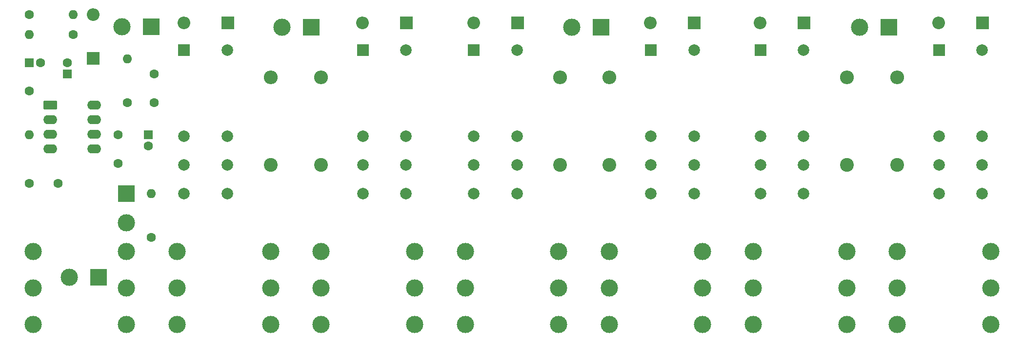
<source format=gbs>
%TF.GenerationSoftware,KiCad,Pcbnew,9.0.0+dfsg-1*%
%TF.CreationDate,2025-03-17T16:09:16+01:00*%
%TF.ProjectId,relays-array-6,72656c61-7973-42d6-9172-7261792d362e,1.0*%
%TF.SameCoordinates,Original*%
%TF.FileFunction,Soldermask,Bot*%
%TF.FilePolarity,Negative*%
%FSLAX46Y46*%
G04 Gerber Fmt 4.6, Leading zero omitted, Abs format (unit mm)*
G04 Created by KiCad (PCBNEW 9.0.0+dfsg-1) date 2025-03-17 16:09:16*
%MOMM*%
%LPD*%
G01*
G04 APERTURE LIST*
G04 Aperture macros list*
%AMRoundRect*
0 Rectangle with rounded corners*
0 $1 Rounding radius*
0 $2 $3 $4 $5 $6 $7 $8 $9 X,Y pos of 4 corners*
0 Add a 4 corners polygon primitive as box body*
4,1,4,$2,$3,$4,$5,$6,$7,$8,$9,$2,$3,0*
0 Add four circle primitives for the rounded corners*
1,1,$1+$1,$2,$3*
1,1,$1+$1,$4,$5*
1,1,$1+$1,$6,$7*
1,1,$1+$1,$8,$9*
0 Add four rect primitives between the rounded corners*
20,1,$1+$1,$2,$3,$4,$5,0*
20,1,$1+$1,$4,$5,$6,$7,0*
20,1,$1+$1,$6,$7,$8,$9,0*
20,1,$1+$1,$8,$9,$2,$3,0*%
G04 Aperture macros list end*
%ADD10C,2.000000*%
%ADD11R,2.000000X2.000000*%
%ADD12C,2.400000*%
%ADD13O,2.400000X2.400000*%
%ADD14R,3.000000X3.000000*%
%ADD15C,3.000000*%
%ADD16R,2.200000X2.200000*%
%ADD17O,2.200000X2.200000*%
%ADD18C,1.600000*%
%ADD19O,1.600000X1.600000*%
%ADD20R,1.600000X1.600000*%
%ADD21RoundRect,0.250000X-0.950000X-0.550000X0.950000X-0.550000X0.950000X0.550000X-0.950000X0.550000X0*%
%ADD22O,2.400000X1.600000*%
G04 APERTURE END LIST*
D10*
%TO.C,K6*%
X196000000Y-95000000D03*
X196000000Y-90000000D03*
X196000000Y-100000000D03*
X203500000Y-95000000D03*
X203500000Y-90000000D03*
X203500000Y-100000000D03*
D11*
X196000000Y-75000000D03*
D10*
X203500000Y-75000000D03*
%TD*%
%TO.C,K3*%
X115270000Y-95000000D03*
X115270000Y-90000000D03*
X115270000Y-100000000D03*
X122770000Y-95000000D03*
X122770000Y-90000000D03*
X122770000Y-100000000D03*
D11*
X115270000Y-75000000D03*
D10*
X122770000Y-75000000D03*
%TD*%
D12*
%TO.C,R3*%
X130270000Y-95000000D03*
D13*
X130270000Y-79760000D03*
%TD*%
D14*
%TO.C,J16*%
X50180000Y-114500000D03*
D15*
X45100000Y-114500000D03*
%TD*%
D12*
%TO.C,R4*%
X138750000Y-95000000D03*
D13*
X138750000Y-79760000D03*
%TD*%
D16*
%TO.C,D2*%
X103560000Y-70250000D03*
D17*
X95940000Y-70250000D03*
%TD*%
D18*
%TO.C,C2*%
X38100000Y-98200000D03*
X43100000Y-98200000D03*
%TD*%
%TO.C,R13*%
X55100000Y-84100000D03*
D19*
X55100000Y-76480000D03*
%TD*%
D16*
%TO.C,D6*%
X203560000Y-70250000D03*
D17*
X195940000Y-70250000D03*
%TD*%
D14*
%TO.C,J9*%
X187290000Y-71000000D03*
D15*
X182210000Y-71000000D03*
%TD*%
D20*
%TO.C,C8*%
X58800000Y-89700000D03*
D18*
X58800000Y-91700000D03*
%TD*%
D16*
%TO.C,D3*%
X122830000Y-70250000D03*
D17*
X115210000Y-70250000D03*
%TD*%
D10*
%TO.C,K4*%
X146000000Y-95000000D03*
X146000000Y-90000000D03*
X146000000Y-100000000D03*
X153500000Y-95000000D03*
X153500000Y-90000000D03*
X153500000Y-100000000D03*
D11*
X146000000Y-75000000D03*
D10*
X153500000Y-75000000D03*
%TD*%
D15*
%TO.C,J4*%
X130000000Y-116350000D03*
X113770000Y-116350000D03*
X130000000Y-122700000D03*
X113770000Y-122700000D03*
X130000000Y-110000000D03*
X113770000Y-110000000D03*
%TD*%
D12*
%TO.C,R5*%
X180000000Y-95000000D03*
D13*
X180000000Y-79760000D03*
%TD*%
D15*
%TO.C,J2*%
X105000000Y-116350000D03*
X88770000Y-116350000D03*
X105000000Y-122700000D03*
X88770000Y-122700000D03*
X105000000Y-110000000D03*
X88770000Y-110000000D03*
%TD*%
D20*
%TO.C,C10*%
X38100000Y-77200000D03*
D18*
X40100000Y-77200000D03*
%TD*%
D16*
%TO.C,D9*%
X49200000Y-76410000D03*
D17*
X49200000Y-68790000D03*
%TD*%
D16*
%TO.C,D4*%
X153560000Y-70250000D03*
D17*
X145940000Y-70250000D03*
%TD*%
D15*
%TO.C,J14*%
X55000000Y-116350000D03*
X38770000Y-116350000D03*
X55000000Y-122700000D03*
X38770000Y-122700000D03*
X55000000Y-110000000D03*
X38770000Y-110000000D03*
%TD*%
D12*
%TO.C,R2*%
X88750000Y-95000000D03*
D13*
X88750000Y-79760000D03*
%TD*%
D15*
%TO.C,J8*%
X205000000Y-116350000D03*
X188770000Y-116350000D03*
X205000000Y-122700000D03*
X188770000Y-122700000D03*
X205000000Y-110000000D03*
X188770000Y-110000000D03*
%TD*%
D10*
%TO.C,K1*%
X65000000Y-95000000D03*
X65000000Y-90000000D03*
X65000000Y-100000000D03*
X72500000Y-95000000D03*
X72500000Y-90000000D03*
X72500000Y-100000000D03*
D11*
X65000000Y-75000000D03*
D10*
X72500000Y-75000000D03*
%TD*%
D16*
%TO.C,D1*%
X72560000Y-70250000D03*
D17*
X64940000Y-70250000D03*
%TD*%
D18*
%TO.C,R16*%
X38100000Y-82080000D03*
D19*
X38100000Y-89700000D03*
%TD*%
D15*
%TO.C,J1*%
X80000000Y-116350000D03*
X63770000Y-116350000D03*
X80000000Y-122700000D03*
X63770000Y-122700000D03*
X80000000Y-110000000D03*
X63770000Y-110000000D03*
%TD*%
D16*
%TO.C,D5*%
X172560000Y-70250000D03*
D17*
X164940000Y-70250000D03*
%TD*%
D10*
%TO.C,K2*%
X96000000Y-95000000D03*
X96000000Y-90000000D03*
X96000000Y-100000000D03*
X103500000Y-95000000D03*
X103500000Y-90000000D03*
X103500000Y-100000000D03*
D11*
X96000000Y-75000000D03*
D10*
X103500000Y-75000000D03*
%TD*%
D18*
%TO.C,R9*%
X59300000Y-107600000D03*
D19*
X59300000Y-99980000D03*
%TD*%
D18*
%TO.C,C1*%
X53500000Y-94700000D03*
X53500000Y-89700000D03*
%TD*%
D12*
%TO.C,R1*%
X80000000Y-95000000D03*
D13*
X80000000Y-79760000D03*
%TD*%
D14*
%TO.C,J6*%
X137330000Y-71000000D03*
D15*
X132250000Y-71000000D03*
%TD*%
D18*
%TO.C,R15*%
X38080000Y-68800000D03*
D19*
X45700000Y-68800000D03*
%TD*%
D14*
%TO.C,J3*%
X87040000Y-71000000D03*
D15*
X81960000Y-71000000D03*
%TD*%
D12*
%TO.C,R6*%
X188750000Y-95000000D03*
D13*
X188750000Y-79760000D03*
%TD*%
D21*
%TO.C,U1*%
X41790000Y-84590000D03*
D22*
X41790000Y-87130000D03*
X41790000Y-89670000D03*
X41790000Y-92210000D03*
X49410000Y-92210000D03*
X49410000Y-89670000D03*
X49410000Y-87130000D03*
X49410000Y-84590000D03*
%TD*%
D15*
%TO.C,J7*%
X180000000Y-116350000D03*
X163770000Y-116350000D03*
X180000000Y-122700000D03*
X163770000Y-122700000D03*
X180000000Y-110000000D03*
X163770000Y-110000000D03*
%TD*%
%TO.C,J5*%
X155000000Y-116350000D03*
X138770000Y-116350000D03*
X155000000Y-122700000D03*
X138770000Y-122700000D03*
X155000000Y-110000000D03*
X138770000Y-110000000D03*
%TD*%
D14*
%TO.C,J15*%
X55000000Y-100000000D03*
D15*
X55000000Y-105080000D03*
%TD*%
D18*
%TO.C,R14*%
X45700000Y-72300000D03*
D19*
X38080000Y-72300000D03*
%TD*%
D10*
%TO.C,K5*%
X165000000Y-95000000D03*
X165000000Y-90000000D03*
X165000000Y-100000000D03*
X172500000Y-95000000D03*
X172500000Y-90000000D03*
X172500000Y-100000000D03*
D11*
X165000000Y-75000000D03*
D10*
X172500000Y-75000000D03*
%TD*%
D20*
%TO.C,C7*%
X44700000Y-79155113D03*
D18*
X44700000Y-77155113D03*
%TD*%
%TO.C,C3*%
X59800000Y-84100000D03*
X59800000Y-79100000D03*
%TD*%
D14*
%TO.C,J10*%
X59280000Y-70900000D03*
D15*
X54200000Y-70900000D03*
%TD*%
M02*

</source>
